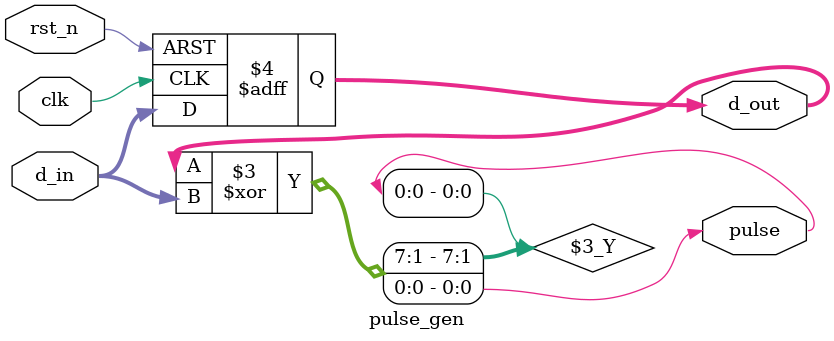
<source format=v>
module pulse_gen(
    output pulse,
    output reg[7:0]d_out,
    input  clk,rst_n,
    input  [7:0]d_in
);

always@(posedge clk or negedge rst_n)begin
    if(!rst_n)
        d_out <= 0;
    else
        d_out <= d_in;
end

assign pulse = d_out^d_in;

endmodule


</source>
